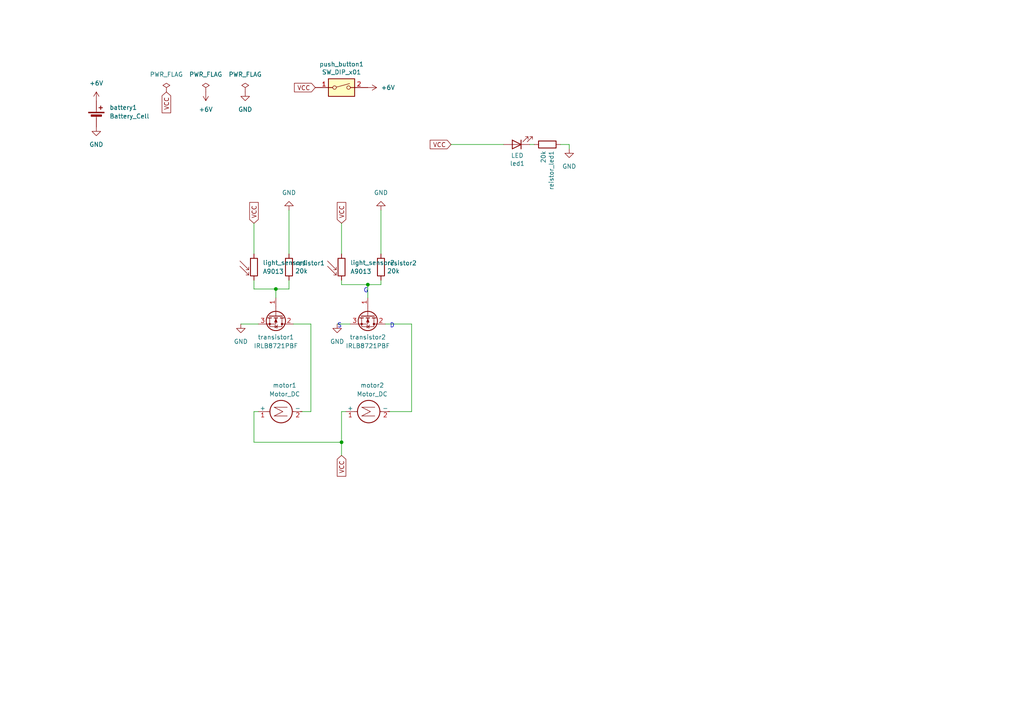
<source format=kicad_sch>
(kicad_sch (version 20250114) (generator "eeschema") (generator_version "9.0")
  (paper "A4")
  (lib_symbols
    (symbol "Battery_Cell_1" (pin_numbers (hide yes)) (pin_names (offset 0) (hide yes))
      (property "Reference" "BT" (at 2.54 2.54 0))
      (property "Value" "Battery_Cell" (at 2.54 0 0))
      (symbol "Battery_Cell_1_0_1"
        (rectangle (start -2.286 1.778) (end 2.286 1.524) (fill (type outline)))
        (rectangle (start -1.524 1.016) (end 1.524 0.508) (fill (type outline)))
        (polyline (pts (xy 0 1.778) (xy 0 2.54)))
        (polyline (pts (xy 0 0.762) (xy 0 0)))
        (polyline (pts (xy 0.762 3.048) (xy 1.778 3.048)) (stroke (width 0.254)))
        (polyline (pts (xy 1.27 3.556) (xy 1.27 2.54)) (stroke (width 0.254)))
      )
      (symbol "Battery_Cell_1_1_1"
        (pin passive line (at 0 5.08 270) (length 2.54) (name "+") (number "1"))
        (pin passive line (at 0 -2.54 90) (length 2.54) (name "-") (number "2"))
      )
    )
    (symbol "Device:LED" (pin_numbers (hide yes)) (pin_names (offset 1.016) (hide yes))
      (property "Reference" "D" (at 0 2.54 0))
      (property "Value" "LED" (at 0 -2.54 0))
      (symbol "LED_0_1"
        (polyline (pts (xy -3.048 -0.762) (xy -4.572 -2.286) (xy -3.81 -2.286) (xy -4.572 -2.286) (xy -4.572 -1.524)))
        (polyline (pts (xy -1.778 -0.762) (xy -3.302 -2.286) (xy -2.54 -2.286) (xy -3.302 -2.286) (xy -3.302 -1.524)))
        (polyline (pts (xy -1.27 0) (xy 1.27 0)))
        (polyline (pts (xy -1.27 -1.27) (xy -1.27 1.27)) (stroke (width 0.254)))
        (polyline (pts (xy 1.27 -1.27) (xy 1.27 1.27) (xy -1.27 0) (xy 1.27 -1.27)) (stroke (width 0.254)))
      )
      (symbol "LED_1_1"
        (pin passive line (at -3.81 0 0) (length 2.54) (name "K") (number "1"))
        (pin passive line (at 3.81 0 180) (length 2.54) (name "A") (number "2"))
      )
    )
    (symbol "Device:R" (pin_numbers (hide yes)) (pin_names (offset 0))
      (property "Reference" "R" (at 2.032 0 90))
      (property "Value" "R" (at 0 0 90))
      (symbol "R_0_1"
        (rectangle (start -1.016 -2.54) (end 1.016 2.54) (stroke (width 0.254)))
      )
      (symbol "R_1_1"
        (pin passive line (at 0 3.81 270) (length 1.27) (name "~") (number "1"))
        (pin passive line (at 0 -3.81 90) (length 1.27) (name "~") (number "2"))
      )
    )
    (symbol "GND_1" (power) (pin_names (offset 0))
      (property "Value" "GND_1" (at 0 -3.81 0))
      (symbol "GND_1_0_1"
        (polyline (pts (xy 0 0) (xy 0 -1.27) (xy 1.27 -1.27) (xy 0 -2.54) (xy -1.27 -1.27) (xy 0 -1.27)))
      )
      (symbol "GND_1_1_1"
        (pin power_in line (at 0 0 270) (length 0) (hide yes) (name "GND") (number "1"))
      )
    )
    (symbol "Motor:Motor_DC" (pin_names (offset 0))
      (property "Reference" "M" (at 2.54 2.54 0))
      (property "Value" "Motor_DC" (at 2.54 -5.08 0))
      (symbol "Motor_DC_0_0"
        (polyline (pts (xy -1.27 -3.302) (xy -1.27 0.508) (xy 0 -2.032) (xy 1.27 0.508) (xy 1.27 -3.302)))
      )
      (symbol "Motor_DC_0_1"
        (polyline (pts (xy 0 2.032) (xy 0 2.54)))
        (polyline (pts (xy 0 1.7272) (xy 0 2.0828)))
        (circle (center 0 -1.524) (radius 3.2512) (stroke (width 0.254)))
        (polyline (pts (xy 0 -4.7752) (xy 0 -5.1816)))
        (polyline (pts (xy 0 -7.62) (xy 0 -7.112)))
      )
      (symbol "Motor_DC_1_1"
        (pin passive line (at 0 5.08 270) (length 2.54) (name "+") (number "1"))
        (pin passive line (at 0 -7.62 90) (length 2.54) (name "-") (number "2"))
      )
    )
    (symbol "PWR_FLAG_1" (power) (pin_numbers (hide yes)) (pin_names (offset 0) (hide yes))
      (property "Value" "PWR_FLAG_1" (at 0 3.81 0))
      (symbol "PWR_FLAG_1_0_0"
        (pin power_out line (at 0 0 90) (length 0) (name "pwr") (number "1"))
      )
      (symbol "PWR_FLAG_1_0_1"
        (polyline (pts (xy 0 0) (xy 0 1.27) (xy -1.016 1.905) (xy 0 2.54) (xy 1.016 1.905) (xy 0 1.27)))
      )
    )
    (symbol "Sensor_Optical:A9013" (pin_numbers (hide yes)) (pin_names (offset 0))
      (property "Reference" "R" (at -5.08 0 90))
      (property "Value" "A9013" (at 1.905 0 90))
      (symbol "A9013_0_1"
        (polyline (pts (xy -1.524 -0.762) (xy -4.064 1.778)))
        (polyline (pts (xy -1.524 -0.762) (xy -2.286 -0.762)))
        (polyline (pts (xy -1.524 -0.762) (xy -1.524 0)))
        (polyline (pts (xy -1.524 -2.286) (xy -4.064 0.254)))
        (polyline (pts (xy -1.524 -2.286) (xy -2.286 -2.286)))
        (polyline (pts (xy -1.524 -2.286) (xy -1.524 -1.524)))
        (rectangle (start -1.016 2.54) (end 1.016 -2.54) (stroke (width 0.254)))
      )
      (symbol "A9013_1_1"
        (pin passive line (at 0 3.81 270) (length 1.27) (name "~") (number "1"))
        (pin passive line (at 0 -3.81 90) (length 1.27) (name "~") (number "2"))
      )
    )
    (symbol "Switch:SW_DIP_x01" (pin_names (offset 0) (hide yes))
      (property "Reference" "SW" (at 0 3.81 0))
      (property "Value" "SW_DIP_x01" (at 0 -3.81 0))
      (symbol "SW_DIP_x01_0_0"
        (circle (center -2.032 0) (radius 0.508))
        (polyline (pts (xy -1.524 0.127) (xy 2.3622 1.1684)))
        (circle (center 2.032 0) (radius 0.508))
      )
      (symbol "SW_DIP_x01_0_1"
        (rectangle (start -3.81 2.54) (end 3.81 -2.54) (stroke (width 0.254)) (fill (type background)))
      )
      (symbol "SW_DIP_x01_1_1"
        (pin passive line (at -7.62 0 0) (length 5.08) (name "~") (number "1"))
        (pin passive line (at 7.62 0 180) (length 5.08) (name "~") (number "2"))
      )
    )
    (symbol "Transistor_FET:IRLB8721PBF" (pin_names (hide yes))
      (property "Reference" "Q" (at 5.08 1.905 0))
      (property "Value" "IRLB8721PBF" (at 5.08 0 0))
      (symbol "IRLB8721PBF_0_1"
        (polyline (pts (xy 0.254 1.905) (xy 0.254 -1.905)) (stroke (width 0.254)))
        (polyline (pts (xy 0.254 0) (xy -2.54 0)))
        (polyline (pts (xy 0.762 2.286) (xy 0.762 1.27)) (stroke (width 0.254)))
        (polyline (pts (xy 0.762 0.508) (xy 0.762 -0.508)) (stroke (width 0.254)))
        (polyline (pts (xy 0.762 -1.27) (xy 0.762 -2.286)) (stroke (width 0.254)))
        (polyline (pts (xy 0.762 -1.778) (xy 3.302 -1.778) (xy 3.302 1.778) (xy 0.762 1.778)))
        (polyline (pts (xy 1.016 0) (xy 2.032 0.381) (xy 2.032 -0.381) (xy 1.016 0)) (fill (type outline)))
        (circle (center 1.651 0) (radius 2.794) (stroke (width 0.254)))
        (polyline (pts (xy 2.54 2.54) (xy 2.54 1.778)))
        (circle (center 2.54 1.778) (radius 0.254) (fill (type outline)))
        (circle (center 2.54 -1.778) (radius 0.254) (fill (type outline)))
        (polyline (pts (xy 2.54 -2.54) (xy 2.54 0) (xy 0.762 0)))
        (polyline (pts (xy 2.794 0.508) (xy 2.921 0.381) (xy 3.683 0.381) (xy 3.81 0.254)))
        (polyline (pts (xy 3.302 0.381) (xy 2.921 -0.254) (xy 3.683 -0.254) (xy 3.302 0.381)))
      )
      (symbol "IRLB8721PBF_1_1"
        (pin input line (at -5.08 0 0) (length 2.54) (name "G") (number "1"))
        (pin passive line (at 2.54 5.08 270) (length 2.54) (name "D") (number "2"))
        (pin passive line (at 2.54 -5.08 90) (length 2.54) (name "S") (number "3"))
      )
    )
    (symbol "power:+6V" (power) (pin_names (offset 0))
      (property "Value" "+6V" (at 0 3.556 0))
      (symbol "+6V_0_1"
        (polyline (pts (xy -0.762 1.27) (xy 0 2.54)))
        (polyline (pts (xy 0 2.54) (xy 0.762 1.27)))
        (polyline (pts (xy 0 0) (xy 0 2.54)))
      )
      (symbol "+6V_1_1"
        (pin power_in line (at 0 0 90) (length 0) (hide yes) (name "+6V") (number "1"))
      )
    )
  )
  (text "G" (at 105.41 85.09 0) (effects (font (size 1.27 1.27)) (justify left bottom)))
  (text "S" (at 97.79 95.25 0) (effects (font (size 1.27 1.27)) (justify left bottom)))
  (text "D" (at 113.03 95.25 0) (effects (font (size 1.27 1.27)) (justify left bottom)))
  (junction (at 99.06 128.27))
  (junction (at 80.01 83.82))
  (junction (at 106.68 82.55))
  (wire (pts (xy 73.66 128.27) (xy 73.66 119.38)))
  (wire (pts (xy 113.03 119.38) (xy 119.38 119.38)))
  (wire (pts (xy 90.17 93.98) (xy 85.09 93.98)))
  (wire (pts (xy 73.66 119.38) (xy 74.93 119.38)))
  (wire (pts (xy 80.01 86.36) (xy 80.01 83.82)))
  (wire (pts (xy 90.17 93.98) (xy 90.17 119.38)))
  (wire (pts (xy 130.81 41.91) (xy 146.05 41.91)))
  (wire (pts (xy 106.68 82.55) (xy 99.06 82.55)))
  (wire (pts (xy 73.66 83.82) (xy 73.66 81.28)))
  (wire (pts (xy 99.06 119.38) (xy 100.33 119.38)))
  (wire (pts (xy 83.82 60.96) (xy 83.82 73.66)))
  (wire (pts (xy 110.49 60.96) (xy 110.49 73.66)))
  (wire (pts (xy 119.38 119.38) (xy 119.38 93.98)))
  (wire (pts (xy 80.01 83.82) (xy 73.66 83.82)))
  (wire (pts (xy 153.67 41.91) (xy 154.94 41.91)))
  (wire (pts (xy 162.56 41.91) (xy 165.1 41.91)))
  (wire (pts (xy 73.66 64.77) (xy 73.66 73.66)))
  (wire (pts (xy 99.06 119.38) (xy 99.06 128.27)))
  (wire (pts (xy 101.6 93.98) (xy 97.79 93.98)))
  (wire (pts (xy 99.06 128.27) (xy 99.06 132.08)))
  (wire (pts (xy 106.68 86.36) (xy 106.68 82.55)))
  (wire (pts (xy 74.93 93.98) (xy 69.85 93.98)))
  (wire (pts (xy 106.68 82.55) (xy 110.49 82.55)))
  (wire (pts (xy 83.82 83.82) (xy 83.82 81.28)))
  (wire (pts (xy 99.06 64.77) (xy 99.06 73.66)))
  (wire (pts (xy 90.17 119.38) (xy 87.63 119.38)))
  (wire (pts (xy 111.76 93.98) (xy 119.38 93.98)))
  (wire (pts (xy 110.49 82.55) (xy 110.49 81.28)))
  (wire (pts (xy 165.1 41.91) (xy 165.1 43.18)))
  (wire (pts (xy 73.66 128.27) (xy 99.06 128.27)))
  (wire (pts (xy 99.06 82.55) (xy 99.06 81.28)))
  (wire (pts (xy 80.01 83.82) (xy 83.82 83.82)))
  (global_label "VCC" (shape input) (at 73.66 64.77 90) (property "Intersheetrefs" "${INTERSHEET_REFS}" (effects (hide yes))))
  (global_label "VCC" (shape input) (at 99.06 64.77 90) (property "Intersheetrefs" "${INTERSHEET_REFS}" (effects (hide yes))))
  (global_label "VCC" (shape input) (at 130.81 41.91 180) (property "Intersheetrefs" "${INTERSHEET_REFS}" (effects (hide yes))))
  (global_label "VCC" (shape input) (at 48.26 26.67 270) (property "Intersheetrefs" "${INTERSHEET_REFS}" (effects (hide yes))))
  (global_label "VCC" (shape input) (at 91.44 25.4 180) (property "Intersheetrefs" "${INTERSHEET_REFS}" (effects (hide yes))))
  (global_label "VCC" (shape input) (at 99.06 132.08 270) (property "Intersheetrefs" "${INTERSHEET_REFS}" (effects (hide yes))))
  (symbol (lib_id "Switch:SW_DIP_x01") (at 99.06 25.4 0) (unit 1)
    (property "Reference" "push_button1" (at 99.06 18.6182 0))
    (property "Value" "SW_DIP_x01" (at 99.06 20.9296 0))
    (property "Footprint" "blinkyparts:Push_Button_THT" (effects (hide yes)))
  )
  (symbol (lib_name "PWR_FLAG_1") (lib_id "power:PWR_FLAG") (at 48.26 26.67 0) (unit 1)
    (property "Reference" "#FLG01" (effects (hide yes)))
    (property "Value" "PWR_FLAG" (at 48.26 21.59 0))
  )
  (symbol (lib_id "Device:R") (at 158.75 41.91 270) (unit 1)
    (property "Reference" "reistor_led1" (at 159.9184 43.688 0) (effects (justify left)))
    (property "Value" "20k" (at 157.607 43.688 0) (effects (justify left)))
    (property "Footprint" "Resistor_THT:R_Axial_DIN0207_L6.3mm_D2.5mm_P10.16mm_Horizontal" (effects (hide yes)))
  )
  (symbol (lib_name "GND_1") (lib_id "power:GND") (at 97.79 93.98 0) (unit 1)
    (property "Reference" "#PWR011" (effects (hide yes)))
    (property "Value" "GND" (at 97.79 99.06 0))
  )
  (symbol (lib_name "GND_1") (lib_id "power:GND") (at 27.94 36.83 0) (unit 1)
    (property "Reference" "#PWR02" (effects (hide yes)))
    (property "Value" "GND" (at 27.94 41.91 0))
  )
  (symbol (lib_id "Motor:Motor_DC") (at 105.41 119.38 90) (unit 1)
    (property "Reference" "motor2" (at 107.95 111.76 90))
    (property "Value" "Motor_DC" (at 107.95 114.3 90))
    (property "Footprint" "blinkyparts:PinHeader_1x02_P2.54mm_Vertical_wider" (effects (hide yes)))
  )
  (symbol (lib_id "power:+6V") (at 106.68 25.4 270) (unit 1)
    (property "Reference" "#PWR07" (effects (hide yes)))
    (property "Value" "+6V" (at 110.49 25.4 90) (effects (justify left)))
  )
  (symbol (lib_id "power:+6V") (at 27.94 29.21 0) (unit 1)
    (property "Reference" "#PWR01" (effects (hide yes)))
    (property "Value" "+6V" (at 27.94 24.13 0))
  )
  (symbol (lib_id "Sensor_Optical:A9013") (at 99.06 77.47 0) (unit 1)
    (property "Reference" "light_sensor2" (at 101.6 76.2 0) (effects (justify left)))
    (property "Value" "A9013" (at 101.6 78.74 0) (effects (justify left)))
    (property "Footprint" "OptoDevice:R_LDR_5.0x4.1mm_P3mm_Vertical" (effects (hide yes)))
    (property "Datasheet" "http://www.produktinfo.conrad.com/datenblaetter/125000-149999/145475-da-01-en-FOTOWIDERSTAND_A_9060_A_9013.pdf" (effects (hide yes)))
  )
  (symbol (lib_name "GND_1") (lib_id "power:GND") (at 165.1 43.18 0) (unit 1)
    (property "Reference" "#PWR09" (effects (hide yes)))
    (property "Value" "GND" (at 165.1 48.26 0))
  )
  (symbol (lib_id "Motor:Motor_DC") (at 80.01 119.38 90) (unit 1)
    (property "Reference" "motor1" (at 82.55 111.76 90))
    (property "Value" "Motor_DC" (at 82.55 114.3 90))
    (property "Footprint" "blinkyparts:PinHeader_1x02_P2.54mm_Vertical_wider" (effects (hide yes)))
  )
  (symbol (lib_name "Battery_Cell_1") (lib_id "Device:Battery_Cell") (at 27.94 34.29 0) (unit 1)
    (property "Reference" "battery1" (at 31.75 31.1785 0) (effects (justify left)))
    (property "Value" "Battery_Cell" (at 31.75 33.7185 0) (effects (justify left)))
    (property "Footprint" "blinkyparts:PinHeader_1x02_P2.54mm_Vertical_wider" (effects (hide yes)))
  )
  (symbol (lib_id "Device:LED") (at 149.86 41.91 180) (unit 1)
    (property "Reference" "led1" (at 150.0378 47.4218 0))
    (property "Value" "LED" (at 150.0378 45.1104 0))
    (property "Footprint" "LED_THT:LED_D3.0mm" (effects (hide yes)))
  )
  (symbol (lib_id "Device:R") (at 83.82 77.47 0) (unit 1)
    (property "Reference" "resistor1" (at 85.598 76.3016 0) (effects (justify left)))
    (property "Value" "20k" (at 85.598 78.613 0) (effects (justify left)))
    (property "Footprint" "Resistor_THT:R_Axial_DIN0207_L6.3mm_D2.5mm_P10.16mm_Horizontal" (effects (hide yes)))
  )
  (symbol (lib_name "GND_1") (lib_id "power:GND") (at 71.12 26.67 0) (unit 1)
    (property "Reference" "#PWR04" (effects (hide yes)))
    (property "Value" "GND" (at 71.12 31.75 0))
  )
  (symbol (lib_name "PWR_FLAG_1") (lib_id "power:PWR_FLAG") (at 71.12 26.67 0) (unit 1)
    (property "Reference" "#FLG03" (effects (hide yes)))
    (property "Value" "PWR_FLAG" (at 71.12 21.59 0))
  )
  (symbol (lib_name "GND_1") (lib_id "power:GND") (at 110.49 60.96 180) (unit 1)
    (property "Reference" "#PWR08" (effects (hide yes)))
    (property "Value" "GND" (at 110.49 55.88 0))
  )
  (symbol (lib_id "Transistor_FET:IRLB8721PBF") (at 106.68 91.44 270) (unit 1)
    (property "Reference" "transistor2" (at 106.68 97.79 90))
    (property "Value" "IRLB8721PBF" (at 106.68 100.33 90))
    (property "Footprint" "Package_TO_SOT_THT:TO-220-3_Vertical" (effects (hide yes)))
    (property "Datasheet" "http://www.infineon.com/dgdl/irlb8721pbf.pdf?fileId=5546d462533600a40153566056732591" (effects (hide yes)))
  )
  (symbol (lib_name "PWR_FLAG_1") (lib_id "power:PWR_FLAG") (at 59.69 26.67 0) (unit 1)
    (property "Reference" "#FLG02" (effects (hide yes)))
    (property "Value" "PWR_FLAG" (at 59.69 21.59 0))
  )
  (symbol (lib_name "GND_1") (lib_id "power:GND") (at 69.85 93.98 0) (unit 1)
    (property "Reference" "#PWR010" (effects (hide yes)))
    (property "Value" "GND" (at 69.85 99.06 0))
  )
  (symbol (lib_id "power:+6V") (at 59.69 26.67 180) (unit 1)
    (property "Reference" "#PWR03" (effects (hide yes)))
    (property "Value" "+6V" (at 59.69 31.75 0))
  )
  (symbol (lib_id "Transistor_FET:IRLB8721PBF") (at 80.01 91.44 270) (unit 1)
    (property "Reference" "transistor1" (at 80.01 97.79 90))
    (property "Value" "IRLB8721PBF" (at 80.01 100.33 90))
    (property "Footprint" "Package_TO_SOT_THT:TO-220-3_Vertical" (effects (hide yes)))
    (property "Datasheet" "http://www.infineon.com/dgdl/irlb8721pbf.pdf?fileId=5546d462533600a40153566056732591" (effects (hide yes)))
  )
  (symbol (lib_id "Device:R") (at 110.49 77.47 0) (unit 1)
    (property "Reference" "resistor2" (at 112.268 76.3016 0) (effects (justify left)))
    (property "Value" "20k" (at 112.268 78.613 0) (effects (justify left)))
    (property "Footprint" "Resistor_THT:R_Axial_DIN0207_L6.3mm_D2.5mm_P10.16mm_Horizontal" (effects (hide yes)))
  )
  (symbol (lib_name "GND_1") (lib_id "power:GND") (at 83.82 60.96 180) (unit 1)
    (property "Reference" "#PWR05" (effects (hide yes)))
    (property "Value" "GND" (at 83.82 55.88 0))
  )
  (symbol (lib_id "Sensor_Optical:A9013") (at 73.66 77.47 0) (unit 1)
    (property "Reference" "light_sensor1" (at 76.2 76.2 0) (effects (justify left)))
    (property "Value" "A9013" (at 76.2 78.74 0) (effects (justify left)))
    (property "Footprint" "OptoDevice:R_LDR_5.0x4.1mm_P3mm_Vertical" (effects (hide yes)))
    (property "Datasheet" "http://www.produktinfo.conrad.com/datenblaetter/125000-149999/145475-da-01-en-FOTOWIDERSTAND_A_9060_A_9013.pdf" (effects (hide yes)))
  )
)
</source>
